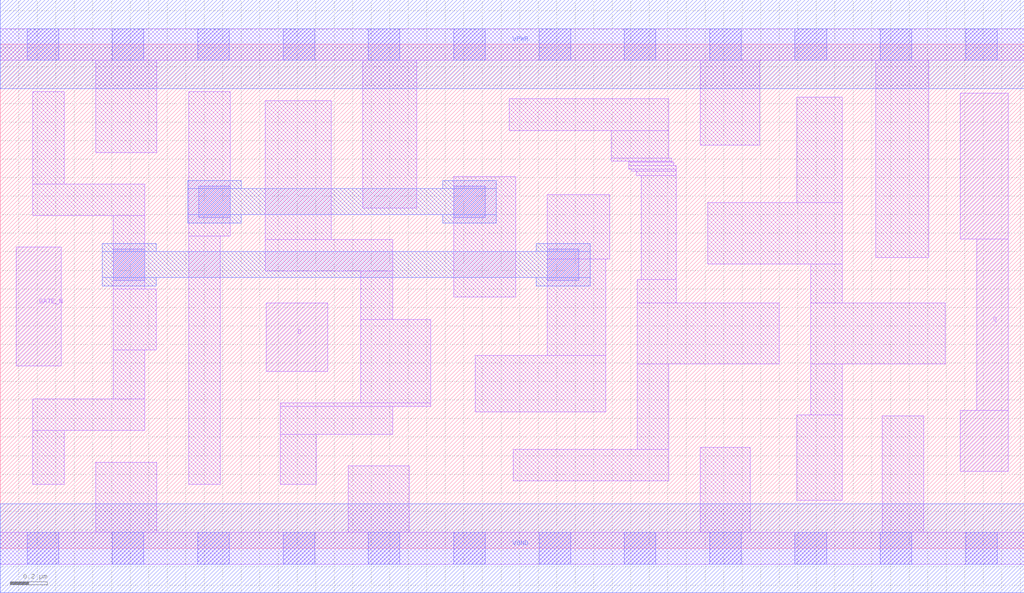
<source format=lef>
# Copyright 2020 The SkyWater PDK Authors
#
# Licensed under the Apache License, Version 2.0 (the "License");
# you may not use this file except in compliance with the License.
# You may obtain a copy of the License at
#
#     https://www.apache.org/licenses/LICENSE-2.0
#
# Unless required by applicable law or agreed to in writing, software
# distributed under the License is distributed on an "AS IS" BASIS,
# WITHOUT WARRANTIES OR CONDITIONS OF ANY KIND, either express or implied.
# See the License for the specific language governing permissions and
# limitations under the License.
#
# SPDX-License-Identifier: Apache-2.0

VERSION 5.7 ;
  NOWIREEXTENSIONATPIN ON ;
  DIVIDERCHAR "/" ;
  BUSBITCHARS "[]" ;
UNITS
  DATABASE MICRONS 200 ;
END UNITS
MACRO sky130_fd_sc_hd__dlxtn_1
  CLASS CORE ;
  FOREIGN sky130_fd_sc_hd__dlxtn_1 ;
  ORIGIN  0.000000  0.000000 ;
  SIZE  5.520000 BY  2.720000 ;
  SYMMETRY X Y R90 ;
  SITE unithd ;
  PIN D
    ANTENNAGATEAREA  0.159000 ;
    DIRECTION INPUT ;
    USE SIGNAL ;
    PORT
      LAYER li1 ;
        RECT 1.435000 0.955000 1.765000 1.325000 ;
    END
  END D
  PIN Q
    ANTENNADIFFAREA  0.429000 ;
    DIRECTION OUTPUT ;
    USE SIGNAL ;
    PORT
      LAYER li1 ;
        RECT 5.175000 0.415000 5.435000 0.745000 ;
        RECT 5.175000 1.670000 5.435000 2.455000 ;
        RECT 5.265000 0.745000 5.435000 1.670000 ;
    END
  END Q
  PIN GATE_N
    ANTENNAGATEAREA  0.159000 ;
    DIRECTION INPUT ;
    USE CLOCK ;
    PORT
      LAYER li1 ;
        RECT 0.085000 0.985000 0.330000 1.625000 ;
    END
  END GATE_N
  PIN VGND
    DIRECTION INOUT ;
    SHAPE ABUTMENT ;
    USE GROUND ;
    PORT
      LAYER met1 ;
        RECT 0.000000 -0.240000 5.520000 0.240000 ;
    END
  END VGND
  PIN VPWR
    DIRECTION INOUT ;
    SHAPE ABUTMENT ;
    USE POWER ;
    PORT
      LAYER met1 ;
        RECT 0.000000 2.480000 5.520000 2.960000 ;
    END
  END VPWR
  OBS
    LAYER li1 ;
      RECT 0.000000 -0.085000 5.520000 0.085000 ;
      RECT 0.000000  2.635000 5.520000 2.805000 ;
      RECT 0.175000  0.345000 0.345000 0.635000 ;
      RECT 0.175000  0.635000 0.780000 0.805000 ;
      RECT 0.175000  1.795000 0.780000 1.965000 ;
      RECT 0.175000  1.965000 0.345000 2.465000 ;
      RECT 0.515000  0.085000 0.845000 0.465000 ;
      RECT 0.515000  2.135000 0.845000 2.635000 ;
      RECT 0.610000  0.805000 0.780000 1.070000 ;
      RECT 0.610000  1.070000 0.840000 1.400000 ;
      RECT 0.610000  1.400000 0.780000 1.795000 ;
      RECT 1.015000  0.345000 1.185000 1.685000 ;
      RECT 1.015000  1.685000 1.240000 2.465000 ;
      RECT 1.430000  1.495000 2.115000 1.665000 ;
      RECT 1.430000  1.665000 1.785000 2.415000 ;
      RECT 1.510000  0.345000 1.705000 0.615000 ;
      RECT 1.510000  0.615000 2.115000 0.765000 ;
      RECT 1.510000  0.765000 2.320000 0.785000 ;
      RECT 1.875000  0.085000 2.205000 0.445000 ;
      RECT 1.945000  0.785000 2.320000 1.235000 ;
      RECT 1.945000  1.235000 2.115000 1.495000 ;
      RECT 1.955000  1.835000 2.245000 2.635000 ;
      RECT 2.445000  1.355000 2.780000 2.005000 ;
      RECT 2.560000  0.735000 3.265000 1.040000 ;
      RECT 2.745000  2.255000 3.605000 2.425000 ;
      RECT 2.765000  0.365000 3.605000 0.535000 ;
      RECT 2.950000  1.040000 3.265000 1.560000 ;
      RECT 2.950000  1.560000 3.285000 1.910000 ;
      RECT 3.295000  2.090000 3.620000 2.105000 ;
      RECT 3.295000  2.105000 3.605000 2.255000 ;
      RECT 3.390000  2.045000 3.645000 2.065000 ;
      RECT 3.390000  2.065000 3.630000 2.085000 ;
      RECT 3.390000  2.085000 3.620000 2.090000 ;
      RECT 3.405000  2.035000 3.645000 2.045000 ;
      RECT 3.430000  2.010000 3.645000 2.035000 ;
      RECT 3.435000  0.535000 3.605000 0.995000 ;
      RECT 3.435000  0.995000 4.200000 1.325000 ;
      RECT 3.435000  1.325000 3.645000 1.450000 ;
      RECT 3.455000  1.450000 3.645000 2.010000 ;
      RECT 3.775000  0.085000 4.045000 0.545000 ;
      RECT 3.775000  2.175000 4.095000 2.635000 ;
      RECT 3.815000  1.535000 4.540000 1.865000 ;
      RECT 4.295000  0.260000 4.540000 0.720000 ;
      RECT 4.295000  1.865000 4.540000 2.435000 ;
      RECT 4.370000  0.720000 4.540000 0.995000 ;
      RECT 4.370000  0.995000 5.095000 1.325000 ;
      RECT 4.370000  1.325000 4.540000 1.535000 ;
      RECT 4.720000  1.570000 5.005000 2.635000 ;
      RECT 4.755000  0.085000 4.980000 0.715000 ;
    LAYER mcon ;
      RECT 0.145000 -0.085000 0.315000 0.085000 ;
      RECT 0.145000  2.635000 0.315000 2.805000 ;
      RECT 0.605000 -0.085000 0.775000 0.085000 ;
      RECT 0.605000  2.635000 0.775000 2.805000 ;
      RECT 0.610000  1.445000 0.780000 1.615000 ;
      RECT 1.065000 -0.085000 1.235000 0.085000 ;
      RECT 1.065000  2.635000 1.235000 2.805000 ;
      RECT 1.070000  1.785000 1.240000 1.955000 ;
      RECT 1.525000 -0.085000 1.695000 0.085000 ;
      RECT 1.525000  2.635000 1.695000 2.805000 ;
      RECT 1.985000 -0.085000 2.155000 0.085000 ;
      RECT 1.985000  2.635000 2.155000 2.805000 ;
      RECT 2.445000 -0.085000 2.615000 0.085000 ;
      RECT 2.445000  1.785000 2.615000 1.955000 ;
      RECT 2.445000  2.635000 2.615000 2.805000 ;
      RECT 2.905000 -0.085000 3.075000 0.085000 ;
      RECT 2.905000  2.635000 3.075000 2.805000 ;
      RECT 2.950000  1.445000 3.120000 1.615000 ;
      RECT 3.365000 -0.085000 3.535000 0.085000 ;
      RECT 3.365000  2.635000 3.535000 2.805000 ;
      RECT 3.825000 -0.085000 3.995000 0.085000 ;
      RECT 3.825000  2.635000 3.995000 2.805000 ;
      RECT 4.285000 -0.085000 4.455000 0.085000 ;
      RECT 4.285000  2.635000 4.455000 2.805000 ;
      RECT 4.745000 -0.085000 4.915000 0.085000 ;
      RECT 4.745000  2.635000 4.915000 2.805000 ;
      RECT 5.205000 -0.085000 5.375000 0.085000 ;
      RECT 5.205000  2.635000 5.375000 2.805000 ;
    LAYER met1 ;
      RECT 0.550000 1.415000 0.840000 1.460000 ;
      RECT 0.550000 1.460000 3.180000 1.600000 ;
      RECT 0.550000 1.600000 0.840000 1.645000 ;
      RECT 1.010000 1.755000 1.300000 1.800000 ;
      RECT 1.010000 1.800000 2.675000 1.940000 ;
      RECT 1.010000 1.940000 1.300000 1.985000 ;
      RECT 2.385000 1.755000 2.675000 1.800000 ;
      RECT 2.385000 1.940000 2.675000 1.985000 ;
      RECT 2.890000 1.415000 3.180000 1.460000 ;
      RECT 2.890000 1.600000 3.180000 1.645000 ;
  END
END sky130_fd_sc_hd__dlxtn_1
END LIBRARY

</source>
